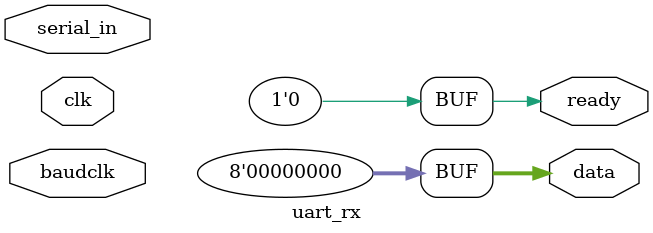
<source format=v>
module uart_rx(clk, baudclk, data, ready, serial_in);

input clk;
input baudclk;
output [7:0] data;
output ready;
input serial_in;

assign ready = 1'b0;
assign data = 8'h00;

endmodule

</source>
